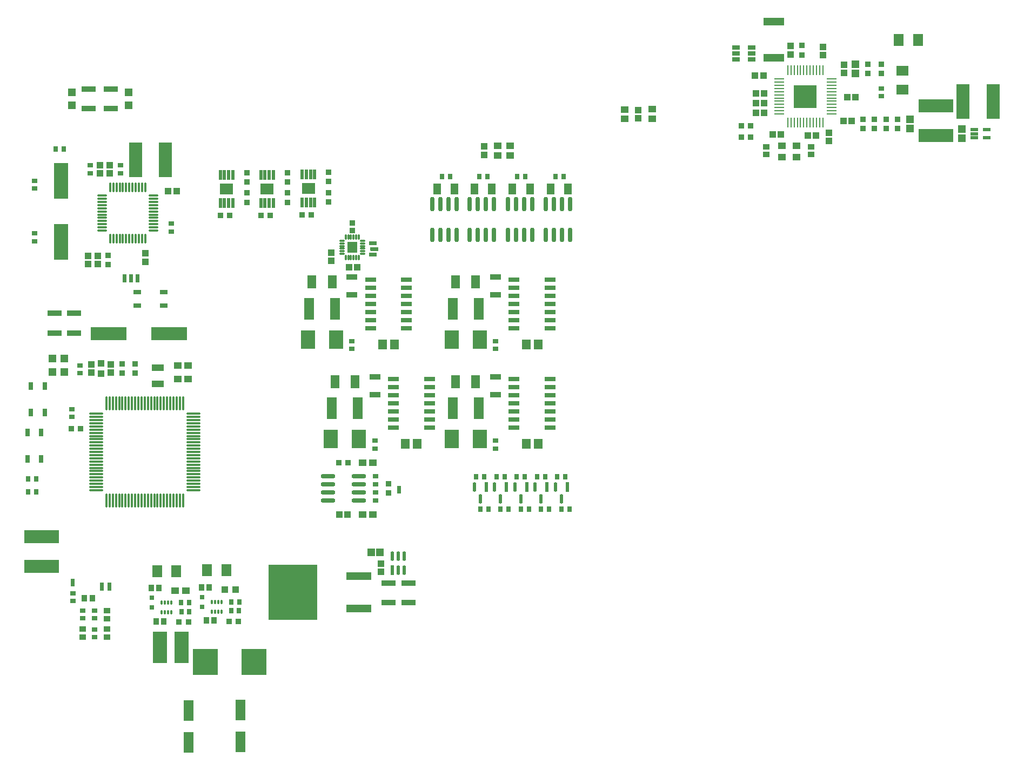
<source format=gtp>
G04*
G04 #@! TF.GenerationSoftware,Altium Limited,Altium Designer,23.7.1 (13)*
G04*
G04 Layer_Color=8421504*
%FSLAX25Y25*%
%MOIN*%
G70*
G04*
G04 #@! TF.SameCoordinates,3671DF12-B1F1-4326-BA21-4D3E62DEF6AE*
G04*
G04*
G04 #@! TF.FilePolarity,Positive*
G04*
G01*
G75*
%ADD18R,0.00984X0.06102*%
%ADD19R,0.00984X0.06102*%
%ADD20R,0.06102X0.00984*%
%ADD21R,0.06102X0.00984*%
%ADD22O,0.01181X0.03937*%
%ADD23O,0.03937X0.01181*%
%ADD24R,0.06457X0.07087*%
%ADD25O,0.08661X0.01575*%
%ADD26O,0.01575X0.08661*%
%ADD27R,0.03543X0.02953*%
%ADD28R,0.04134X0.03543*%
%ADD29R,0.03543X0.04134*%
%ADD30R,0.02953X0.03150*%
%ADD31R,0.03740X0.03937*%
%ADD32R,0.03681X0.03788*%
%ADD33R,0.02953X0.03543*%
%ADD34R,0.02985X0.03197*%
G04:AMPARAMS|DCode=35|XSize=26.38mil|YSize=11.81mil|CornerRadius=1.95mil|HoleSize=0mil|Usage=FLASHONLY|Rotation=270.000|XOffset=0mil|YOffset=0mil|HoleType=Round|Shape=RoundedRectangle|*
%AMROUNDEDRECTD35*
21,1,0.02638,0.00791,0,0,270.0*
21,1,0.02248,0.01181,0,0,270.0*
1,1,0.00390,-0.00396,-0.01124*
1,1,0.00390,-0.00396,0.01124*
1,1,0.00390,0.00396,0.01124*
1,1,0.00390,0.00396,-0.01124*
%
%ADD35ROUNDEDRECTD35*%
%ADD36R,0.05924X0.07505*%
%ADD37R,0.04369X0.03985*%
%ADD38R,0.03581X0.03591*%
%ADD39R,0.04560X0.03985*%
%ADD40R,0.08661X0.19685*%
%ADD41R,0.15551X0.16142*%
%ADD42R,0.06299X0.12598*%
%ADD43R,0.05118X0.01968*%
%ADD44R,0.03197X0.02985*%
%ADD45R,0.03400X0.03788*%
%ADD46R,0.05118X0.05118*%
%ADD47R,0.05118X0.05118*%
%ADD48R,0.09055X0.03543*%
%ADD49R,0.02953X0.04528*%
%ADD50R,0.04331X0.04134*%
%ADD51R,0.04134X0.04331*%
%ADD52R,0.03740X0.03347*%
%ADD53O,0.09055X0.02756*%
%ADD54R,0.03591X0.03772*%
%ADD55R,0.03394X0.02894*%
%ADD56R,0.04331X0.03937*%
%ADD57R,0.07480X0.04331*%
%ADD58R,0.08465X0.21457*%
%ADD59O,0.01378X0.06496*%
%ADD60O,0.06496X0.01378*%
%ADD61R,0.08661X0.22441*%
%ADD62R,0.03788X0.03400*%
%ADD63R,0.04528X0.02953*%
%ADD64R,0.22047X0.08268*%
%ADD65R,0.15433X0.04528*%
%ADD66R,0.29843X0.34055*%
%ADD67R,0.04528X0.04724*%
G04:AMPARAMS|DCode=68|XSize=59.26mil|YSize=22.43mil|CornerRadius=11.22mil|HoleSize=0mil|Usage=FLASHONLY|Rotation=90.000|XOffset=0mil|YOffset=0mil|HoleType=Round|Shape=RoundedRectangle|*
%AMROUNDEDRECTD68*
21,1,0.05926,0.00000,0,0,90.0*
21,1,0.03683,0.02243,0,0,90.0*
1,1,0.02243,0.00000,0.01841*
1,1,0.02243,0.00000,-0.01841*
1,1,0.02243,0.00000,-0.01841*
1,1,0.02243,0.00000,0.01841*
%
%ADD68ROUNDEDRECTD68*%
%ADD69R,0.02243X0.05926*%
%ADD70R,0.02165X0.05906*%
%ADD71R,0.07835X0.06575*%
%ADD72R,0.02275X0.06001*%
G04:AMPARAMS|DCode=73|XSize=60.01mil|YSize=22.75mil|CornerRadius=11.38mil|HoleSize=0mil|Usage=FLASHONLY|Rotation=270.000|XOffset=0mil|YOffset=0mil|HoleType=Round|Shape=RoundedRectangle|*
%AMROUNDEDRECTD73*
21,1,0.06001,0.00000,0,0,270.0*
21,1,0.03725,0.02275,0,0,270.0*
1,1,0.02275,0.00000,-0.01863*
1,1,0.02275,0.00000,0.01863*
1,1,0.02275,0.00000,0.01863*
1,1,0.02275,0.00000,-0.01863*
%
%ADD73ROUNDEDRECTD73*%
%ADD74R,0.04724X0.04134*%
%ADD75R,0.04724X0.03937*%
%ADD76R,0.21457X0.08465*%
G04:AMPARAMS|DCode=77|XSize=29.53mil|YSize=68.9mil|CornerRadius=3.89mil|HoleSize=0mil|Usage=FLASHONLY|Rotation=90.000|XOffset=0mil|YOffset=0mil|HoleType=Round|Shape=RoundedRectangle|*
%AMROUNDEDRECTD77*
21,1,0.02953,0.06112,0,0,90.0*
21,1,0.02175,0.06890,0,0,90.0*
1,1,0.00778,0.03056,0.01088*
1,1,0.00778,0.03056,-0.01088*
1,1,0.00778,-0.03056,-0.01088*
1,1,0.00778,-0.03056,0.01088*
%
%ADD77ROUNDEDRECTD77*%
%ADD78R,0.05709X0.07874*%
%ADD79R,0.06693X0.03740*%
%ADD80R,0.05727X0.06127*%
%ADD81R,0.08894X0.11193*%
%ADD82R,0.05906X0.13780*%
%ADD83O,0.02756X0.09055*%
%ADD84R,0.05140X0.06922*%
%ADD85R,0.04724X0.04528*%
%ADD86R,0.03788X0.03596*%
%ADD87R,0.12631X0.04547*%
%ADD88R,0.07505X0.05924*%
%ADD89R,0.14252X0.14252*%
%ADD90R,0.05118X0.02559*%
%ADD91R,0.03937X0.03740*%
%ADD92R,0.05118X0.04134*%
G36*
X221523Y322993D02*
X221560Y322982D01*
X221594Y322964D01*
X221624Y322939D01*
X221649Y322909D01*
X221667Y322875D01*
X221678Y322838D01*
X221682Y322799D01*
Y320831D01*
X221678Y320792D01*
X221667Y320755D01*
X221649Y320721D01*
X221624Y320691D01*
X221594Y320666D01*
X221560Y320648D01*
X221523Y320637D01*
X221484Y320633D01*
X218925D01*
X218917Y320634D01*
X218908Y320634D01*
X218898Y320636D01*
X218887Y320637D01*
X218879Y320639D01*
X218870Y320641D01*
X218860Y320645D01*
X218849Y320648D01*
X218842Y320652D01*
X218834Y320655D01*
X218825Y320661D01*
X218815Y320666D01*
X218809Y320672D01*
X218802Y320676D01*
X218794Y320684D01*
X218785Y320691D01*
X218780Y320697D01*
X218774Y320703D01*
X218768Y320712D01*
X218761Y320721D01*
X218759Y320724D01*
X218745Y320707D01*
X218737Y320699D01*
X218730Y320691D01*
X218724Y320685D01*
X218718Y320679D01*
X218709Y320673D01*
X218700Y320666D01*
X218693Y320662D01*
X218686Y320657D01*
X218676Y320653D01*
X218666Y320648D01*
X218658Y320645D01*
X218650Y320642D01*
X218640Y320640D01*
X218629Y320637D01*
X218621Y320636D01*
X218612Y320634D01*
X218601Y320634D01*
X218590Y320633D01*
X217016D01*
X216977Y320637D01*
X216940Y320648D01*
X216906Y320666D01*
X216876Y320691D01*
X216851Y320721D01*
X216833Y320755D01*
X216822Y320792D01*
X216818Y320831D01*
Y322799D01*
X216822Y322838D01*
X216833Y322875D01*
X216851Y322909D01*
X216876Y322939D01*
X216906Y322964D01*
X216940Y322982D01*
X216977Y322993D01*
X217016Y322997D01*
X218590D01*
X218601Y322996D01*
X218612Y322996D01*
X218621Y322994D01*
X218629Y322993D01*
X218640Y322990D01*
X218650Y322988D01*
X218658Y322984D01*
X218666Y322982D01*
X218676Y322977D01*
X218686Y322972D01*
X218693Y322968D01*
X218700Y322964D01*
X218709Y322957D01*
X218718Y322951D01*
X218724Y322944D01*
X218730Y322939D01*
X218737Y322931D01*
X218745Y322923D01*
X218759Y322905D01*
X218761Y322909D01*
X218768Y322918D01*
X218774Y322927D01*
X218780Y322933D01*
X218785Y322939D01*
X218794Y322946D01*
X218802Y322954D01*
X218809Y322958D01*
X218815Y322964D01*
X218825Y322969D01*
X218834Y322975D01*
X218842Y322978D01*
X218849Y322982D01*
X218860Y322985D01*
X218870Y322989D01*
X218879Y322991D01*
X218887Y322993D01*
X218898Y322994D01*
X218908Y322996D01*
X218917Y322996D01*
X218925Y322997D01*
X221484D01*
X221523Y322993D01*
D02*
G37*
G36*
X222430Y319493D02*
X222467Y319482D01*
X222502Y319464D01*
X222532Y319439D01*
X222556Y319409D01*
X222574Y319375D01*
X222586Y319338D01*
X222589Y319299D01*
Y317331D01*
X222586Y317292D01*
X222574Y317255D01*
X222556Y317221D01*
X222532Y317191D01*
X222502Y317166D01*
X222467Y317148D01*
X222430Y317137D01*
X222392Y317133D01*
X219833D01*
X219824Y317134D01*
X219816Y317134D01*
X219805Y317136D01*
X219794Y317137D01*
X219786Y317139D01*
X219778Y317141D01*
X219767Y317145D01*
X219757Y317148D01*
X219750Y317152D01*
X219742Y317155D01*
X219732Y317161D01*
X219723Y317166D01*
X219716Y317172D01*
X219709Y317176D01*
X219701Y317184D01*
X219693Y317191D01*
X219687Y317197D01*
X219681Y317203D01*
X219675Y317212D01*
X219668Y317221D01*
X219666Y317224D01*
X219653Y317207D01*
X219645Y317199D01*
X219638Y317191D01*
X219631Y317185D01*
X219625Y317179D01*
X219616Y317173D01*
X219608Y317166D01*
X219601Y317162D01*
X219593Y317158D01*
X219583Y317153D01*
X219574Y317148D01*
X219566Y317145D01*
X219558Y317142D01*
X219547Y317140D01*
X219537Y317137D01*
X219528Y317136D01*
X219520Y317134D01*
X219509Y317134D01*
X219498Y317133D01*
X217923D01*
X217885Y317137D01*
X217847Y317148D01*
X217813Y317166D01*
X217783Y317191D01*
X217759Y317221D01*
X217741Y317255D01*
X217729Y317292D01*
X217725Y317331D01*
Y319299D01*
X217729Y319338D01*
X217741Y319375D01*
X217759Y319409D01*
X217783Y319439D01*
X217813Y319464D01*
X217847Y319482D01*
X217885Y319493D01*
X217923Y319497D01*
X219498D01*
X219509Y319496D01*
X219520Y319496D01*
X219528Y319494D01*
X219537Y319493D01*
X219547Y319490D01*
X219558Y319488D01*
X219566Y319484D01*
X219574Y319482D01*
X219583Y319477D01*
X219593Y319473D01*
X219601Y319468D01*
X219608Y319464D01*
X219616Y319457D01*
X219625Y319450D01*
X219631Y319444D01*
X219638Y319439D01*
X219645Y319431D01*
X219653Y319423D01*
X219666Y319406D01*
X219668Y319409D01*
X219675Y319418D01*
X219681Y319427D01*
X219688Y319433D01*
X219693Y319439D01*
X219701Y319446D01*
X219709Y319454D01*
X219716Y319458D01*
X219723Y319464D01*
X219732Y319469D01*
X219742Y319475D01*
X219750Y319478D01*
X219757Y319482D01*
X219767Y319485D01*
X219778Y319489D01*
X219786Y319491D01*
X219794Y319493D01*
X219805Y319494D01*
X219816Y319496D01*
X219824Y319496D01*
X219833Y319497D01*
X222392D01*
X222430Y319493D01*
D02*
G37*
G36*
X221523Y315993D02*
X221560Y315982D01*
X221594Y315964D01*
X221624Y315939D01*
X221649Y315909D01*
X221667Y315875D01*
X221678Y315838D01*
X221682Y315799D01*
Y313831D01*
X221678Y313792D01*
X221667Y313755D01*
X221649Y313721D01*
X221624Y313691D01*
X221594Y313666D01*
X221560Y313648D01*
X221523Y313637D01*
X221484Y313633D01*
X218925D01*
X218917Y313634D01*
X218908Y313634D01*
X218898Y313636D01*
X218887Y313637D01*
X218879Y313639D01*
X218870Y313641D01*
X218860Y313645D01*
X218849Y313648D01*
X218842Y313652D01*
X218834Y313655D01*
X218825Y313661D01*
X218815Y313666D01*
X218809Y313672D01*
X218802Y313676D01*
X218794Y313684D01*
X218785Y313691D01*
X218780Y313697D01*
X218774Y313703D01*
X218768Y313712D01*
X218761Y313721D01*
X218759Y313724D01*
X218745Y313707D01*
X218737Y313699D01*
X218730Y313691D01*
X218724Y313685D01*
X218718Y313679D01*
X218709Y313673D01*
X218700Y313666D01*
X218693Y313662D01*
X218686Y313657D01*
X218676Y313653D01*
X218666Y313648D01*
X218658Y313646D01*
X218650Y313642D01*
X218640Y313640D01*
X218629Y313637D01*
X218621Y313636D01*
X218612Y313634D01*
X218601Y313634D01*
X218590Y313633D01*
X217016D01*
X216977Y313637D01*
X216940Y313648D01*
X216906Y313666D01*
X216876Y313691D01*
X216851Y313721D01*
X216833Y313755D01*
X216822Y313792D01*
X216818Y313831D01*
Y315799D01*
X216822Y315838D01*
X216833Y315875D01*
X216851Y315909D01*
X216876Y315939D01*
X216906Y315964D01*
X216940Y315982D01*
X216977Y315993D01*
X217016Y315997D01*
X218590D01*
X218601Y315996D01*
X218612Y315996D01*
X218621Y315994D01*
X218629Y315993D01*
X218640Y315990D01*
X218650Y315988D01*
X218658Y315984D01*
X218666Y315982D01*
X218676Y315977D01*
X218686Y315972D01*
X218693Y315968D01*
X218700Y315964D01*
X218709Y315957D01*
X218718Y315950D01*
X218724Y315945D01*
X218730Y315939D01*
X218737Y315931D01*
X218745Y315923D01*
X218759Y315905D01*
X218761Y315909D01*
X218768Y315917D01*
X218774Y315927D01*
X218780Y315933D01*
X218785Y315939D01*
X218794Y315946D01*
X218802Y315954D01*
X218809Y315958D01*
X218815Y315964D01*
X218825Y315969D01*
X218834Y315975D01*
X218842Y315978D01*
X218849Y315982D01*
X218860Y315985D01*
X218870Y315989D01*
X218879Y315991D01*
X218887Y315993D01*
X218898Y315994D01*
X218908Y315996D01*
X218917Y315996D01*
X218925Y315997D01*
X221484D01*
X221523Y315993D01*
D02*
G37*
G36*
X75023Y302678D02*
X75060Y302667D01*
X75094Y302649D01*
X75124Y302624D01*
X75149Y302594D01*
X75167Y302560D01*
X75178Y302523D01*
X75182Y302484D01*
Y301500D01*
Y299925D01*
X75181Y299917D01*
X75181Y299908D01*
X75179Y299898D01*
X75178Y299887D01*
X75176Y299879D01*
X75174Y299870D01*
X75170Y299860D01*
X75167Y299850D01*
X75163Y299842D01*
X75160Y299834D01*
X75154Y299825D01*
X75149Y299815D01*
X75143Y299809D01*
X75139Y299802D01*
X75131Y299794D01*
X75124Y299785D01*
X75117Y299780D01*
X75112Y299774D01*
X75103Y299768D01*
X75094Y299761D01*
X75090Y299759D01*
X75108Y299745D01*
X75116Y299737D01*
X75124Y299730D01*
X75129Y299724D01*
X75136Y299718D01*
X75142Y299709D01*
X75149Y299700D01*
X75153Y299693D01*
X75157Y299686D01*
X75162Y299676D01*
X75167Y299666D01*
X75169Y299658D01*
X75173Y299650D01*
X75175Y299640D01*
X75178Y299629D01*
X75179Y299621D01*
X75181Y299612D01*
X75181Y299601D01*
X75182Y299590D01*
Y298016D01*
X75178Y297977D01*
X75167Y297940D01*
X75149Y297906D01*
X75124Y297876D01*
X75094Y297851D01*
X75060Y297833D01*
X75023Y297822D01*
X74984Y297818D01*
X73016D01*
X72977Y297822D01*
X72940Y297833D01*
X72906Y297851D01*
X72876Y297876D01*
X72851Y297906D01*
X72833Y297940D01*
X72822Y297977D01*
X72818Y298016D01*
Y299590D01*
X72819Y299601D01*
X72819Y299612D01*
X72821Y299621D01*
X72822Y299629D01*
X72825Y299640D01*
X72827Y299650D01*
X72831Y299658D01*
X72833Y299666D01*
X72838Y299676D01*
X72843Y299686D01*
X72847Y299693D01*
X72851Y299700D01*
X72858Y299709D01*
X72864Y299718D01*
X72870Y299724D01*
X72876Y299730D01*
X72884Y299737D01*
X72892Y299745D01*
X72909Y299759D01*
X72906Y299761D01*
X72897Y299768D01*
X72888Y299774D01*
X72882Y299780D01*
X72876Y299785D01*
X72869Y299794D01*
X72861Y299802D01*
X72857Y299809D01*
X72851Y299815D01*
X72846Y299825D01*
X72840Y299834D01*
X72837Y299842D01*
X72833Y299850D01*
X72830Y299860D01*
X72826Y299870D01*
X72824Y299879D01*
X72822Y299887D01*
X72821Y299898D01*
X72819Y299908D01*
X72819Y299917D01*
X72818Y299925D01*
Y301500D01*
Y302484D01*
X72822Y302523D01*
X72833Y302560D01*
X72851Y302594D01*
X72876Y302624D01*
X72906Y302649D01*
X72940Y302667D01*
X72977Y302678D01*
X73016Y302682D01*
X74984D01*
X75023Y302678D01*
D02*
G37*
G36*
X71023D02*
X71060Y302667D01*
X71094Y302649D01*
X71124Y302624D01*
X71149Y302594D01*
X71167Y302560D01*
X71178Y302523D01*
X71182Y302484D01*
Y301500D01*
Y299925D01*
X71181Y299917D01*
X71181Y299908D01*
X71179Y299898D01*
X71178Y299887D01*
X71176Y299879D01*
X71174Y299870D01*
X71170Y299860D01*
X71167Y299850D01*
X71163Y299842D01*
X71160Y299834D01*
X71154Y299825D01*
X71149Y299815D01*
X71143Y299809D01*
X71139Y299802D01*
X71131Y299794D01*
X71124Y299785D01*
X71118Y299780D01*
X71112Y299774D01*
X71103Y299768D01*
X71094Y299761D01*
X71091Y299759D01*
X71108Y299745D01*
X71116Y299737D01*
X71124Y299730D01*
X71130Y299724D01*
X71136Y299718D01*
X71142Y299709D01*
X71149Y299700D01*
X71153Y299693D01*
X71157Y299686D01*
X71162Y299676D01*
X71167Y299666D01*
X71169Y299658D01*
X71173Y299650D01*
X71175Y299640D01*
X71178Y299629D01*
X71179Y299621D01*
X71181Y299612D01*
X71181Y299601D01*
X71182Y299590D01*
Y298016D01*
X71178Y297977D01*
X71167Y297940D01*
X71149Y297906D01*
X71124Y297876D01*
X71094Y297851D01*
X71060Y297833D01*
X71023Y297822D01*
X70984Y297818D01*
X69016D01*
X68977Y297822D01*
X68940Y297833D01*
X68906Y297851D01*
X68876Y297876D01*
X68851Y297906D01*
X68833Y297940D01*
X68822Y297977D01*
X68818Y298016D01*
Y299590D01*
X68819Y299601D01*
X68819Y299612D01*
X68821Y299621D01*
X68822Y299629D01*
X68825Y299640D01*
X68827Y299650D01*
X68831Y299658D01*
X68833Y299666D01*
X68838Y299676D01*
X68843Y299686D01*
X68847Y299693D01*
X68851Y299700D01*
X68858Y299709D01*
X68864Y299718D01*
X68871Y299724D01*
X68876Y299730D01*
X68884Y299737D01*
X68892Y299745D01*
X68910Y299759D01*
X68906Y299761D01*
X68897Y299768D01*
X68888Y299774D01*
X68882Y299780D01*
X68876Y299785D01*
X68869Y299794D01*
X68861Y299802D01*
X68857Y299809D01*
X68851Y299815D01*
X68846Y299825D01*
X68840Y299834D01*
X68837Y299842D01*
X68833Y299850D01*
X68830Y299860D01*
X68826Y299870D01*
X68824Y299879D01*
X68822Y299887D01*
X68821Y299898D01*
X68819Y299908D01*
X68819Y299917D01*
X68818Y299925D01*
Y301500D01*
Y302484D01*
X68822Y302523D01*
X68833Y302560D01*
X68851Y302594D01*
X68876Y302624D01*
X68906Y302649D01*
X68940Y302667D01*
X68977Y302678D01*
X69016Y302682D01*
X70984D01*
X71023Y302678D01*
D02*
G37*
G36*
X67023D02*
X67060Y302667D01*
X67094Y302649D01*
X67124Y302624D01*
X67149Y302594D01*
X67167Y302560D01*
X67178Y302523D01*
X67182Y302484D01*
Y301500D01*
Y299925D01*
X67181Y299917D01*
X67181Y299908D01*
X67179Y299898D01*
X67178Y299887D01*
X67176Y299879D01*
X67174Y299870D01*
X67170Y299860D01*
X67167Y299850D01*
X67163Y299842D01*
X67160Y299834D01*
X67154Y299825D01*
X67149Y299815D01*
X67143Y299809D01*
X67139Y299802D01*
X67131Y299794D01*
X67124Y299785D01*
X67118Y299780D01*
X67112Y299774D01*
X67103Y299768D01*
X67094Y299761D01*
X67090Y299759D01*
X67108Y299745D01*
X67116Y299737D01*
X67124Y299730D01*
X67129Y299724D01*
X67136Y299718D01*
X67142Y299709D01*
X67149Y299700D01*
X67153Y299693D01*
X67158Y299686D01*
X67162Y299676D01*
X67167Y299666D01*
X67169Y299658D01*
X67173Y299650D01*
X67175Y299640D01*
X67178Y299629D01*
X67179Y299621D01*
X67181Y299612D01*
X67181Y299601D01*
X67182Y299590D01*
Y298016D01*
X67178Y297977D01*
X67167Y297940D01*
X67149Y297906D01*
X67124Y297876D01*
X67094Y297851D01*
X67060Y297833D01*
X67023Y297822D01*
X66984Y297818D01*
X65016D01*
X64977Y297822D01*
X64940Y297833D01*
X64906Y297851D01*
X64876Y297876D01*
X64851Y297906D01*
X64833Y297940D01*
X64822Y297977D01*
X64818Y298016D01*
Y299590D01*
X64819Y299601D01*
X64819Y299612D01*
X64821Y299621D01*
X64822Y299629D01*
X64825Y299640D01*
X64827Y299650D01*
X64831Y299658D01*
X64833Y299666D01*
X64838Y299676D01*
X64842Y299686D01*
X64847Y299693D01*
X64851Y299700D01*
X64858Y299709D01*
X64864Y299718D01*
X64871Y299724D01*
X64876Y299730D01*
X64884Y299737D01*
X64892Y299745D01*
X64909Y299759D01*
X64906Y299761D01*
X64898Y299768D01*
X64888Y299774D01*
X64882Y299780D01*
X64876Y299785D01*
X64869Y299794D01*
X64861Y299802D01*
X64857Y299809D01*
X64851Y299815D01*
X64846Y299825D01*
X64840Y299834D01*
X64837Y299842D01*
X64833Y299850D01*
X64830Y299860D01*
X64826Y299870D01*
X64824Y299879D01*
X64822Y299887D01*
X64821Y299898D01*
X64819Y299908D01*
X64819Y299917D01*
X64818Y299925D01*
Y301500D01*
Y302484D01*
X64822Y302523D01*
X64833Y302560D01*
X64851Y302594D01*
X64876Y302624D01*
X64906Y302649D01*
X64940Y302667D01*
X64977Y302678D01*
X65016Y302682D01*
X66984D01*
X67023Y302678D01*
D02*
G37*
G36*
X236523Y172178D02*
X236560Y172167D01*
X236594Y172149D01*
X236624Y172124D01*
X236649Y172094D01*
X236667Y172060D01*
X236678Y172023D01*
X236682Y171984D01*
Y171000D01*
Y169425D01*
X236681Y169417D01*
X236681Y169408D01*
X236679Y169398D01*
X236678Y169387D01*
X236676Y169378D01*
X236674Y169370D01*
X236670Y169360D01*
X236667Y169350D01*
X236663Y169342D01*
X236660Y169334D01*
X236654Y169325D01*
X236649Y169315D01*
X236643Y169309D01*
X236639Y169302D01*
X236631Y169294D01*
X236624Y169285D01*
X236617Y169280D01*
X236612Y169274D01*
X236603Y169268D01*
X236594Y169261D01*
X236591Y169259D01*
X236608Y169245D01*
X236616Y169237D01*
X236624Y169230D01*
X236630Y169224D01*
X236636Y169218D01*
X236642Y169209D01*
X236649Y169200D01*
X236653Y169193D01*
X236658Y169186D01*
X236662Y169176D01*
X236667Y169166D01*
X236669Y169158D01*
X236673Y169150D01*
X236675Y169140D01*
X236678Y169129D01*
X236679Y169121D01*
X236681Y169112D01*
X236681Y169101D01*
X236682Y169091D01*
Y167516D01*
X236678Y167477D01*
X236667Y167440D01*
X236649Y167406D01*
X236624Y167376D01*
X236594Y167351D01*
X236560Y167333D01*
X236523Y167322D01*
X236484Y167318D01*
X234516D01*
X234477Y167322D01*
X234440Y167333D01*
X234406Y167351D01*
X234376Y167376D01*
X234351Y167406D01*
X234333Y167440D01*
X234322Y167477D01*
X234318Y167516D01*
Y169091D01*
X234319Y169101D01*
X234319Y169112D01*
X234321Y169121D01*
X234322Y169129D01*
X234325Y169140D01*
X234327Y169150D01*
X234331Y169158D01*
X234333Y169166D01*
X234338Y169176D01*
X234343Y169186D01*
X234347Y169193D01*
X234351Y169200D01*
X234358Y169209D01*
X234364Y169218D01*
X234370Y169224D01*
X234376Y169230D01*
X234384Y169237D01*
X234392Y169245D01*
X234409Y169259D01*
X234406Y169261D01*
X234398Y169268D01*
X234388Y169274D01*
X234382Y169280D01*
X234376Y169285D01*
X234369Y169294D01*
X234361Y169302D01*
X234357Y169309D01*
X234351Y169315D01*
X234346Y169325D01*
X234340Y169334D01*
X234337Y169342D01*
X234333Y169350D01*
X234330Y169360D01*
X234326Y169370D01*
X234324Y169378D01*
X234322Y169387D01*
X234321Y169398D01*
X234319Y169408D01*
X234319Y169417D01*
X234318Y169425D01*
Y171000D01*
Y171984D01*
X234322Y172023D01*
X234333Y172060D01*
X234351Y172094D01*
X234376Y172124D01*
X234406Y172149D01*
X234440Y172167D01*
X234477Y172178D01*
X234516Y172182D01*
X236484D01*
X236523Y172178D01*
D02*
G37*
G36*
X35153Y114767D02*
X35190Y114756D01*
X35224Y114738D01*
X35254Y114713D01*
X35279Y114683D01*
X35297Y114649D01*
X35308Y114612D01*
X35312Y114573D01*
Y112998D01*
X35311Y112988D01*
X35311Y112977D01*
X35309Y112968D01*
X35308Y112960D01*
X35305Y112950D01*
X35303Y112939D01*
X35299Y112931D01*
X35297Y112923D01*
X35292Y112913D01*
X35287Y112903D01*
X35283Y112896D01*
X35279Y112889D01*
X35272Y112880D01*
X35265Y112871D01*
X35259Y112865D01*
X35254Y112859D01*
X35245Y112852D01*
X35238Y112844D01*
X35221Y112830D01*
X35224Y112828D01*
X35232Y112821D01*
X35242Y112815D01*
X35247Y112809D01*
X35254Y112804D01*
X35261Y112795D01*
X35269Y112787D01*
X35273Y112780D01*
X35279Y112774D01*
X35284Y112764D01*
X35290Y112755D01*
X35293Y112747D01*
X35297Y112740D01*
X35300Y112729D01*
X35304Y112719D01*
X35306Y112711D01*
X35308Y112702D01*
X35309Y112691D01*
X35311Y112681D01*
X35311Y112672D01*
X35312Y112664D01*
Y111089D01*
Y110105D01*
X35308Y110066D01*
X35297Y110029D01*
X35279Y109995D01*
X35254Y109965D01*
X35224Y109940D01*
X35190Y109922D01*
X35153Y109911D01*
X35114Y109907D01*
X33146D01*
X33107Y109911D01*
X33070Y109922D01*
X33036Y109940D01*
X33006Y109965D01*
X32981Y109995D01*
X32963Y110029D01*
X32952Y110066D01*
X32948Y110105D01*
Y111089D01*
Y112664D01*
X32949Y112672D01*
X32949Y112681D01*
X32951Y112691D01*
X32952Y112702D01*
X32954Y112711D01*
X32956Y112719D01*
X32960Y112729D01*
X32963Y112740D01*
X32967Y112747D01*
X32970Y112755D01*
X32976Y112764D01*
X32981Y112774D01*
X32987Y112780D01*
X32991Y112787D01*
X32999Y112795D01*
X33006Y112804D01*
X33012Y112809D01*
X33018Y112815D01*
X33027Y112821D01*
X33036Y112828D01*
X33039Y112830D01*
X33022Y112844D01*
X33014Y112852D01*
X33006Y112859D01*
X33000Y112865D01*
X32994Y112871D01*
X32988Y112880D01*
X32981Y112889D01*
X32977Y112896D01*
X32972Y112903D01*
X32968Y112913D01*
X32963Y112923D01*
X32961Y112931D01*
X32957Y112939D01*
X32955Y112950D01*
X32952Y112960D01*
X32951Y112968D01*
X32949Y112977D01*
X32949Y112988D01*
X32948Y112998D01*
Y114573D01*
X32952Y114612D01*
X32963Y114649D01*
X32981Y114683D01*
X33006Y114713D01*
X33036Y114738D01*
X33070Y114756D01*
X33107Y114767D01*
X33146Y114771D01*
X35114D01*
X35153Y114767D01*
D02*
G37*
G36*
X57653Y112267D02*
X57690Y112256D01*
X57724Y112238D01*
X57754Y112213D01*
X57779Y112183D01*
X57797Y112149D01*
X57808Y112112D01*
X57812Y112073D01*
Y110498D01*
X57811Y110488D01*
X57811Y110477D01*
X57809Y110468D01*
X57808Y110460D01*
X57805Y110450D01*
X57803Y110439D01*
X57799Y110431D01*
X57797Y110423D01*
X57792Y110413D01*
X57787Y110403D01*
X57783Y110396D01*
X57779Y110389D01*
X57772Y110380D01*
X57766Y110371D01*
X57759Y110365D01*
X57754Y110359D01*
X57746Y110352D01*
X57738Y110344D01*
X57721Y110330D01*
X57724Y110328D01*
X57732Y110321D01*
X57742Y110315D01*
X57748Y110309D01*
X57754Y110304D01*
X57761Y110295D01*
X57769Y110287D01*
X57773Y110280D01*
X57779Y110274D01*
X57784Y110264D01*
X57790Y110255D01*
X57793Y110247D01*
X57797Y110240D01*
X57800Y110229D01*
X57804Y110219D01*
X57806Y110211D01*
X57808Y110202D01*
X57809Y110192D01*
X57811Y110181D01*
X57811Y110172D01*
X57812Y110164D01*
Y108589D01*
Y107605D01*
X57808Y107566D01*
X57797Y107529D01*
X57779Y107495D01*
X57754Y107465D01*
X57724Y107440D01*
X57690Y107422D01*
X57653Y107411D01*
X57614Y107407D01*
X55646D01*
X55607Y107411D01*
X55570Y107422D01*
X55536Y107440D01*
X55506Y107465D01*
X55481Y107495D01*
X55463Y107529D01*
X55452Y107566D01*
X55448Y107605D01*
Y108589D01*
Y110164D01*
X55449Y110172D01*
X55449Y110181D01*
X55451Y110192D01*
X55452Y110202D01*
X55454Y110211D01*
X55456Y110219D01*
X55460Y110229D01*
X55463Y110240D01*
X55467Y110247D01*
X55470Y110255D01*
X55476Y110264D01*
X55481Y110274D01*
X55487Y110280D01*
X55491Y110287D01*
X55499Y110295D01*
X55506Y110304D01*
X55512Y110309D01*
X55518Y110315D01*
X55527Y110321D01*
X55536Y110328D01*
X55539Y110330D01*
X55522Y110344D01*
X55514Y110352D01*
X55506Y110359D01*
X55500Y110365D01*
X55494Y110371D01*
X55488Y110380D01*
X55481Y110389D01*
X55477Y110396D01*
X55472Y110403D01*
X55468Y110413D01*
X55463Y110423D01*
X55461Y110431D01*
X55457Y110439D01*
X55455Y110450D01*
X55452Y110460D01*
X55451Y110468D01*
X55449Y110477D01*
X55449Y110488D01*
X55448Y110498D01*
Y112073D01*
X55452Y112112D01*
X55463Y112149D01*
X55481Y112183D01*
X55506Y112213D01*
X55536Y112238D01*
X55570Y112256D01*
X55607Y112267D01*
X55646Y112271D01*
X57614D01*
X57653Y112267D01*
D02*
G37*
G36*
X53153D02*
X53190Y112256D01*
X53224Y112238D01*
X53254Y112213D01*
X53279Y112183D01*
X53297Y112149D01*
X53308Y112112D01*
X53312Y112073D01*
Y111089D01*
Y109514D01*
X53311Y109506D01*
X53311Y109497D01*
X53309Y109487D01*
X53308Y109476D01*
X53306Y109467D01*
X53304Y109459D01*
X53300Y109449D01*
X53297Y109439D01*
X53293Y109431D01*
X53290Y109423D01*
X53284Y109414D01*
X53279Y109404D01*
X53273Y109398D01*
X53269Y109391D01*
X53261Y109383D01*
X53254Y109374D01*
X53247Y109369D01*
X53241Y109363D01*
X53233Y109357D01*
X53224Y109350D01*
X53220Y109348D01*
X53238Y109334D01*
X53246Y109326D01*
X53254Y109319D01*
X53259Y109313D01*
X53266Y109307D01*
X53272Y109298D01*
X53279Y109290D01*
X53283Y109282D01*
X53287Y109275D01*
X53292Y109265D01*
X53297Y109255D01*
X53299Y109247D01*
X53303Y109239D01*
X53305Y109229D01*
X53308Y109218D01*
X53309Y109210D01*
X53311Y109201D01*
X53311Y109190D01*
X53312Y109180D01*
Y107605D01*
X53308Y107566D01*
X53297Y107529D01*
X53279Y107495D01*
X53254Y107465D01*
X53224Y107440D01*
X53190Y107422D01*
X53153Y107411D01*
X53114Y107407D01*
X51146D01*
X51107Y107411D01*
X51070Y107422D01*
X51036Y107440D01*
X51006Y107465D01*
X50981Y107495D01*
X50963Y107529D01*
X50952Y107566D01*
X50948Y107605D01*
Y109180D01*
X50949Y109190D01*
X50949Y109201D01*
X50951Y109210D01*
X50952Y109218D01*
X50955Y109229D01*
X50957Y109239D01*
X50960Y109247D01*
X50963Y109255D01*
X50968Y109265D01*
X50972Y109275D01*
X50977Y109282D01*
X50981Y109290D01*
X50988Y109298D01*
X50994Y109307D01*
X51000Y109313D01*
X51006Y109319D01*
X51014Y109326D01*
X51022Y109334D01*
X51039Y109348D01*
X51036Y109350D01*
X51027Y109357D01*
X51018Y109363D01*
X51012Y109369D01*
X51006Y109374D01*
X50999Y109383D01*
X50991Y109391D01*
X50986Y109398D01*
X50981Y109404D01*
X50976Y109414D01*
X50970Y109423D01*
X50967Y109431D01*
X50963Y109439D01*
X50960Y109449D01*
X50956Y109459D01*
X50954Y109467D01*
X50952Y109476D01*
X50951Y109487D01*
X50949Y109497D01*
X50949Y109506D01*
X50948Y109514D01*
Y111089D01*
Y112073D01*
X50952Y112112D01*
X50963Y112149D01*
X50981Y112183D01*
X51006Y112213D01*
X51036Y112238D01*
X51070Y112256D01*
X51107Y112267D01*
X51146Y112271D01*
X53114D01*
X53153Y112267D01*
D02*
G37*
D18*
X496827Y396358D02*
D03*
X494858D02*
D03*
X492890D02*
D03*
X488953D02*
D03*
X486984D02*
D03*
X485016D02*
D03*
X483047D02*
D03*
X479110D02*
D03*
X477142D02*
D03*
X475173D02*
D03*
Y428642D02*
D03*
X477142D02*
D03*
X479110D02*
D03*
X483047D02*
D03*
X485016D02*
D03*
X486984D02*
D03*
X488953D02*
D03*
X492890D02*
D03*
X494858D02*
D03*
X496827D02*
D03*
D19*
X490921Y396358D02*
D03*
X481079D02*
D03*
Y428642D02*
D03*
X490921D02*
D03*
D20*
X469858Y401673D02*
D03*
Y403642D02*
D03*
Y405610D02*
D03*
Y409547D02*
D03*
Y411516D02*
D03*
Y413484D02*
D03*
Y415453D02*
D03*
Y419390D02*
D03*
Y421358D02*
D03*
Y423327D02*
D03*
X502142D02*
D03*
Y421358D02*
D03*
Y419390D02*
D03*
Y415453D02*
D03*
Y413484D02*
D03*
Y411516D02*
D03*
Y409547D02*
D03*
Y405610D02*
D03*
Y403642D02*
D03*
Y401673D02*
D03*
D21*
X469858Y407579D02*
D03*
Y417421D02*
D03*
X502142D02*
D03*
Y407579D02*
D03*
D22*
X210437Y325740D02*
D03*
X208862D02*
D03*
X207287D02*
D03*
X205713D02*
D03*
X204138D02*
D03*
X202563D02*
D03*
Y312890D02*
D03*
X204138D02*
D03*
X205713D02*
D03*
X207287D02*
D03*
X208862D02*
D03*
X210437D02*
D03*
D23*
X200075Y323252D02*
D03*
Y321677D02*
D03*
Y320102D02*
D03*
Y318528D02*
D03*
Y316953D02*
D03*
Y315378D02*
D03*
X212925D02*
D03*
Y316953D02*
D03*
Y318528D02*
D03*
Y320102D02*
D03*
Y321677D02*
D03*
Y323252D02*
D03*
D24*
X206500Y319315D02*
D03*
D25*
X108421Y216622D02*
D03*
Y214653D02*
D03*
Y212685D02*
D03*
Y210717D02*
D03*
Y208748D02*
D03*
Y206780D02*
D03*
Y204811D02*
D03*
Y202842D02*
D03*
Y200874D02*
D03*
Y198906D02*
D03*
Y196937D02*
D03*
Y194968D02*
D03*
Y193000D02*
D03*
Y191032D02*
D03*
Y189063D02*
D03*
Y187094D02*
D03*
Y185126D02*
D03*
Y183158D02*
D03*
Y181189D02*
D03*
Y179220D02*
D03*
Y177252D02*
D03*
Y175284D02*
D03*
Y173315D02*
D03*
Y171346D02*
D03*
Y169378D02*
D03*
X48579D02*
D03*
Y171346D02*
D03*
Y173315D02*
D03*
Y175284D02*
D03*
Y177252D02*
D03*
Y179220D02*
D03*
Y181189D02*
D03*
Y183158D02*
D03*
Y185126D02*
D03*
Y187094D02*
D03*
Y189063D02*
D03*
Y191032D02*
D03*
Y193000D02*
D03*
Y194968D02*
D03*
Y196937D02*
D03*
Y198906D02*
D03*
Y200874D02*
D03*
Y202842D02*
D03*
Y204811D02*
D03*
Y206780D02*
D03*
Y208748D02*
D03*
Y210717D02*
D03*
Y212685D02*
D03*
Y214653D02*
D03*
Y216622D02*
D03*
D26*
X102122Y163079D02*
D03*
X100154D02*
D03*
X98185D02*
D03*
X96216D02*
D03*
X94248D02*
D03*
X92279D02*
D03*
X90311D02*
D03*
X88342D02*
D03*
X86374D02*
D03*
X84405D02*
D03*
X82437D02*
D03*
X80468D02*
D03*
X78500D02*
D03*
X76531D02*
D03*
X74563D02*
D03*
X72594D02*
D03*
X70626D02*
D03*
X68657D02*
D03*
X66689D02*
D03*
X64720D02*
D03*
X62752D02*
D03*
X60783D02*
D03*
X58815D02*
D03*
X56846D02*
D03*
X54878D02*
D03*
Y222921D02*
D03*
X56846D02*
D03*
X58815D02*
D03*
X60783D02*
D03*
X62752D02*
D03*
X64720D02*
D03*
X66689D02*
D03*
X68657D02*
D03*
X70626D02*
D03*
X72594D02*
D03*
X74563D02*
D03*
X76531D02*
D03*
X78500D02*
D03*
X80468D02*
D03*
X82437D02*
D03*
X84405D02*
D03*
X86374D02*
D03*
X88342D02*
D03*
X90311D02*
D03*
X92279D02*
D03*
X94248D02*
D03*
X96216D02*
D03*
X98185D02*
D03*
X100154D02*
D03*
X102122D02*
D03*
D27*
X47630Y90227D02*
D03*
Y94951D02*
D03*
Y78727D02*
D03*
Y83451D02*
D03*
X40130Y90258D02*
D03*
Y94983D02*
D03*
X34130Y105589D02*
D03*
Y100865D02*
D03*
X10500Y323138D02*
D03*
Y327862D02*
D03*
X10512Y360362D02*
D03*
Y355638D02*
D03*
D28*
X55130Y95050D02*
D03*
Y90128D02*
D03*
Y83550D02*
D03*
Y78628D02*
D03*
X40130D02*
D03*
Y83550D02*
D03*
D29*
X41169Y102589D02*
D03*
X46091D02*
D03*
D30*
X113862Y103315D02*
D03*
Y97409D02*
D03*
X83000Y102953D02*
D03*
Y97047D02*
D03*
D31*
X116500Y88862D02*
D03*
X121224D02*
D03*
X118224Y109362D02*
D03*
X113500D02*
D03*
X85638Y88500D02*
D03*
X90362D02*
D03*
X87362Y109000D02*
D03*
X82638D02*
D03*
D32*
X130546Y88264D02*
D03*
X136179D02*
D03*
D33*
X132000Y94862D02*
D03*
X136724D02*
D03*
X101138Y94500D02*
D03*
X105862D02*
D03*
D34*
X136831Y100362D02*
D03*
X131894D02*
D03*
X105968Y100000D02*
D03*
X101031D02*
D03*
X11468Y168500D02*
D03*
X6532D02*
D03*
X11468Y176500D02*
D03*
X6532D02*
D03*
X23531Y380000D02*
D03*
X28468D02*
D03*
X337937Y177656D02*
D03*
X333000D02*
D03*
X325437D02*
D03*
X320500D02*
D03*
X312937D02*
D03*
X308000D02*
D03*
X340437Y157656D02*
D03*
X335500D02*
D03*
X327937D02*
D03*
X323000D02*
D03*
X315437D02*
D03*
X310500D02*
D03*
X300437Y177656D02*
D03*
X295500D02*
D03*
X302937Y157656D02*
D03*
X298000D02*
D03*
X287937Y177656D02*
D03*
X283000D02*
D03*
X290437Y157656D02*
D03*
X285500D02*
D03*
X336766Y363000D02*
D03*
X331829D02*
D03*
X313266D02*
D03*
X308329D02*
D03*
X289766D02*
D03*
X284829D02*
D03*
X266766D02*
D03*
X261829D02*
D03*
D35*
X125815Y94449D02*
D03*
X123846D02*
D03*
X121878D02*
D03*
X119909D02*
D03*
Y100276D02*
D03*
X121878D02*
D03*
X123846D02*
D03*
X125815D02*
D03*
X94953Y94087D02*
D03*
X92984D02*
D03*
X91016D02*
D03*
X89047D02*
D03*
Y99913D02*
D03*
X91016D02*
D03*
X92984D02*
D03*
X94953D02*
D03*
D36*
X116954Y119862D02*
D03*
X128771D02*
D03*
X86091Y119500D02*
D03*
X97909D02*
D03*
X555409Y447500D02*
D03*
X543591D02*
D03*
D37*
X128011Y107862D02*
D03*
X134714D02*
D03*
D38*
X99542Y88000D02*
D03*
X105458D02*
D03*
D39*
X97244Y107500D02*
D03*
X103756D02*
D03*
X219256Y154500D02*
D03*
X212744D02*
D03*
X219256Y186500D02*
D03*
X212744D02*
D03*
X98744Y238000D02*
D03*
X105256D02*
D03*
X98744Y246500D02*
D03*
X105256D02*
D03*
D40*
X101193Y72500D02*
D03*
X87807D02*
D03*
D41*
X145980Y63362D02*
D03*
X115862D02*
D03*
D42*
X137500Y33843D02*
D03*
Y14157D02*
D03*
X105500Y33342D02*
D03*
Y13657D02*
D03*
D43*
X590299Y392059D02*
D03*
Y389500D02*
D03*
Y386941D02*
D03*
X597780D02*
D03*
Y392059D02*
D03*
D44*
X33500Y214531D02*
D03*
Y219468D02*
D03*
X38500Y246468D02*
D03*
Y241531D02*
D03*
X63500Y365032D02*
D03*
Y369969D02*
D03*
X45000Y365032D02*
D03*
Y369969D02*
D03*
X206378Y261469D02*
D03*
Y256532D02*
D03*
X294969D02*
D03*
Y261469D02*
D03*
Y194973D02*
D03*
Y199909D02*
D03*
X220443Y199968D02*
D03*
Y195031D02*
D03*
X533000Y412532D02*
D03*
Y417469D02*
D03*
D45*
X33128Y207500D02*
D03*
X38872D02*
D03*
X203872Y186500D02*
D03*
X198128D02*
D03*
X181372Y339250D02*
D03*
X175628D02*
D03*
X155872Y339000D02*
D03*
X150128D02*
D03*
X130872D02*
D03*
X125128D02*
D03*
X446628Y387500D02*
D03*
X452372D02*
D03*
X446500Y394500D02*
D03*
X452243D02*
D03*
D46*
X29000Y250634D02*
D03*
Y242366D02*
D03*
X33500Y406866D02*
D03*
Y415134D02*
D03*
D47*
X21500Y242366D02*
D03*
Y250634D02*
D03*
X68500Y406866D02*
D03*
Y415134D02*
D03*
D48*
X23031Y278602D02*
D03*
Y266398D02*
D03*
X35032Y278602D02*
D03*
Y266398D02*
D03*
X57500Y417102D02*
D03*
Y404898D02*
D03*
X44000Y417102D02*
D03*
Y404898D02*
D03*
X228890Y99898D02*
D03*
Y112102D02*
D03*
X241390Y99898D02*
D03*
Y112102D02*
D03*
D49*
X16732Y233669D02*
D03*
Y217331D02*
D03*
X8268Y233669D02*
D03*
Y217331D02*
D03*
X6201Y188831D02*
D03*
Y205169D02*
D03*
X14665Y188831D02*
D03*
Y205169D02*
D03*
D50*
X193500Y316118D02*
D03*
Y311000D02*
D03*
X45500Y247059D02*
D03*
Y241941D02*
D03*
X57500Y241941D02*
D03*
Y247059D02*
D03*
X57000Y370059D02*
D03*
Y364941D02*
D03*
X51000D02*
D03*
Y370059D02*
D03*
X49500Y308941D02*
D03*
Y314059D02*
D03*
X43500Y308941D02*
D03*
Y314059D02*
D03*
X79000Y310441D02*
D03*
Y315559D02*
D03*
X224390Y118941D02*
D03*
Y124059D02*
D03*
X288000Y376441D02*
D03*
Y381559D02*
D03*
X510000Y432059D02*
D03*
Y426941D02*
D03*
X497000Y443059D02*
D03*
Y437941D02*
D03*
X477000Y443559D02*
D03*
Y438441D02*
D03*
X500500Y384941D02*
D03*
Y390059D02*
D03*
X382803Y398941D02*
D03*
Y404059D02*
D03*
D51*
X204441Y307000D02*
D03*
X209559D02*
D03*
X203559Y154500D02*
D03*
X198441D02*
D03*
X98118Y354000D02*
D03*
X93000D02*
D03*
X514559Y397500D02*
D03*
X509441D02*
D03*
X517059Y412000D02*
D03*
X511941D02*
D03*
X465941Y389000D02*
D03*
X471059D02*
D03*
X455441Y402500D02*
D03*
X460559D02*
D03*
X455441Y408500D02*
D03*
X460559D02*
D03*
X455441Y414500D02*
D03*
X460559D02*
D03*
X455000Y425500D02*
D03*
X460118D02*
D03*
X492559Y388500D02*
D03*
X487441D02*
D03*
D52*
X206500Y329539D02*
D03*
Y334461D02*
D03*
D53*
X191551Y178000D02*
D03*
Y173000D02*
D03*
Y168000D02*
D03*
Y163000D02*
D03*
X210449Y178000D02*
D03*
Y173000D02*
D03*
Y168000D02*
D03*
Y163000D02*
D03*
D54*
X229000Y167638D02*
D03*
Y173362D02*
D03*
X64500Y241638D02*
D03*
Y247362D02*
D03*
X72500D02*
D03*
Y241638D02*
D03*
X533000Y432362D02*
D03*
Y426638D02*
D03*
D55*
X221000Y163077D02*
D03*
Y167923D02*
D03*
Y177923D02*
D03*
Y173077D02*
D03*
X95000Y329077D02*
D03*
Y333923D02*
D03*
D56*
X51500Y247650D02*
D03*
Y241350D02*
D03*
D57*
X86500Y235079D02*
D03*
Y244921D02*
D03*
D58*
X72748Y373500D02*
D03*
X91252D02*
D03*
X583248Y409500D02*
D03*
X601752D02*
D03*
D59*
X57173Y356347D02*
D03*
X59142D02*
D03*
X61110D02*
D03*
X63079D02*
D03*
X65047D02*
D03*
X67016D02*
D03*
X68984D02*
D03*
X70953D02*
D03*
X72921D02*
D03*
X74890D02*
D03*
X76858D02*
D03*
X78827D02*
D03*
Y324654D02*
D03*
X76858D02*
D03*
X74890D02*
D03*
X72921D02*
D03*
X70953D02*
D03*
X68984D02*
D03*
X67016D02*
D03*
X65047D02*
D03*
X63079D02*
D03*
X61110D02*
D03*
X59142D02*
D03*
X57173D02*
D03*
D60*
X83846Y351327D02*
D03*
Y349358D02*
D03*
Y347390D02*
D03*
Y345421D02*
D03*
Y343453D02*
D03*
Y341484D02*
D03*
Y339516D02*
D03*
Y337547D02*
D03*
Y335579D02*
D03*
Y333610D02*
D03*
Y331642D02*
D03*
Y329673D02*
D03*
X52153D02*
D03*
Y331642D02*
D03*
Y333610D02*
D03*
Y335579D02*
D03*
Y337547D02*
D03*
Y339516D02*
D03*
Y341484D02*
D03*
Y343453D02*
D03*
Y345421D02*
D03*
Y347390D02*
D03*
Y349358D02*
D03*
Y351327D02*
D03*
D61*
X27000Y322799D02*
D03*
Y360201D02*
D03*
D62*
X56000Y314372D02*
D03*
Y308628D02*
D03*
X192000Y347378D02*
D03*
Y353122D02*
D03*
X166500Y347128D02*
D03*
Y352872D02*
D03*
X192000Y359878D02*
D03*
Y365622D02*
D03*
X166500Y359628D02*
D03*
Y365372D02*
D03*
X141500Y347128D02*
D03*
Y352872D02*
D03*
Y359628D02*
D03*
Y365372D02*
D03*
X521500Y392628D02*
D03*
Y398372D02*
D03*
X543000D02*
D03*
Y392628D02*
D03*
X528500Y398372D02*
D03*
Y392628D02*
D03*
X536000D02*
D03*
Y398372D02*
D03*
X484000Y443872D02*
D03*
Y438128D02*
D03*
D63*
X73831Y291732D02*
D03*
X90169D02*
D03*
X73831Y283268D02*
D03*
X90169D02*
D03*
D64*
X93701Y266000D02*
D03*
X56299D02*
D03*
D65*
X210551Y96500D02*
D03*
Y116500D02*
D03*
D66*
X170000Y106500D02*
D03*
D67*
X218134Y131000D02*
D03*
X223646D02*
D03*
D68*
X231150Y128833D02*
D03*
X234890D02*
D03*
X238630D02*
D03*
Y120167D02*
D03*
X234890D02*
D03*
D69*
X231150D02*
D03*
D70*
X175661Y347089D02*
D03*
X178220D02*
D03*
X180780D02*
D03*
X183339D02*
D03*
Y364411D02*
D03*
X180780D02*
D03*
X178220D02*
D03*
X175661D02*
D03*
X150161Y346839D02*
D03*
X152720D02*
D03*
X155280D02*
D03*
X157839D02*
D03*
Y364161D02*
D03*
X155280D02*
D03*
X152720D02*
D03*
X150161D02*
D03*
X125161Y346839D02*
D03*
X127720D02*
D03*
X130280D02*
D03*
X132839D02*
D03*
Y364161D02*
D03*
X130280D02*
D03*
X127720D02*
D03*
X125161D02*
D03*
D71*
X179500Y355750D02*
D03*
X154000Y355500D02*
D03*
X129000D02*
D03*
D72*
X339209Y171239D02*
D03*
X326709D02*
D03*
X314209D02*
D03*
X301709D02*
D03*
X289209D02*
D03*
D73*
X331728D02*
D03*
X335469Y164073D02*
D03*
X319228Y171239D02*
D03*
X322969Y164073D02*
D03*
X306728Y171239D02*
D03*
X310469Y164073D02*
D03*
X294228Y171239D02*
D03*
X297969Y164073D02*
D03*
X281728Y171239D02*
D03*
X285469Y164073D02*
D03*
D74*
X296098Y376146D02*
D03*
Y381854D02*
D03*
X374500Y398646D02*
D03*
Y404354D02*
D03*
D75*
X304000Y381953D02*
D03*
Y376047D02*
D03*
X391500Y404598D02*
D03*
Y398693D02*
D03*
D76*
X15000Y140752D02*
D03*
Y122248D02*
D03*
X566500Y406752D02*
D03*
Y388248D02*
D03*
D77*
X217756Y299500D02*
D03*
Y294500D02*
D03*
Y289500D02*
D03*
Y284500D02*
D03*
Y279500D02*
D03*
Y274500D02*
D03*
Y269500D02*
D03*
X240000Y299500D02*
D03*
Y294500D02*
D03*
Y289500D02*
D03*
Y284500D02*
D03*
Y279500D02*
D03*
Y274500D02*
D03*
Y269500D02*
D03*
X328591D02*
D03*
Y274500D02*
D03*
Y279500D02*
D03*
Y284500D02*
D03*
Y289500D02*
D03*
Y294500D02*
D03*
Y299500D02*
D03*
X306347Y269500D02*
D03*
Y274500D02*
D03*
Y279500D02*
D03*
Y284500D02*
D03*
Y289500D02*
D03*
Y294500D02*
D03*
Y299500D02*
D03*
X328591Y207941D02*
D03*
Y212941D02*
D03*
Y217941D02*
D03*
Y222941D02*
D03*
Y227941D02*
D03*
Y232941D02*
D03*
Y237941D02*
D03*
X306347Y207941D02*
D03*
Y212941D02*
D03*
Y217941D02*
D03*
Y222941D02*
D03*
Y227941D02*
D03*
Y232941D02*
D03*
Y237941D02*
D03*
X231821Y238000D02*
D03*
Y233000D02*
D03*
Y228000D02*
D03*
Y223000D02*
D03*
Y218000D02*
D03*
Y213000D02*
D03*
Y208000D02*
D03*
X254065Y238000D02*
D03*
Y233000D02*
D03*
Y228000D02*
D03*
Y223000D02*
D03*
Y218000D02*
D03*
Y213000D02*
D03*
Y208000D02*
D03*
D78*
X194079Y298000D02*
D03*
X181677D02*
D03*
X270268Y298000D02*
D03*
X282669D02*
D03*
X270268Y236441D02*
D03*
X282669D02*
D03*
X208144Y236500D02*
D03*
X195742D02*
D03*
D79*
X206378Y289988D02*
D03*
Y301012D02*
D03*
X294969Y301012D02*
D03*
Y289988D02*
D03*
Y239453D02*
D03*
Y228429D02*
D03*
X220443Y228488D02*
D03*
Y239512D02*
D03*
D80*
X225233Y259500D02*
D03*
X232523D02*
D03*
X321113D02*
D03*
X313824D02*
D03*
X321113Y197941D02*
D03*
X313824D02*
D03*
X239298Y198000D02*
D03*
X246588D02*
D03*
D81*
X196579Y262500D02*
D03*
X179177D02*
D03*
X267768D02*
D03*
X285169D02*
D03*
X267768Y200941D02*
D03*
X285169D02*
D03*
X210644Y201000D02*
D03*
X193242D02*
D03*
D82*
X195949Y281500D02*
D03*
X179807D02*
D03*
X268398D02*
D03*
X284539D02*
D03*
X268398Y219941D02*
D03*
X284539D02*
D03*
X210014Y220000D02*
D03*
X193872D02*
D03*
D83*
X279000Y327051D02*
D03*
X284000D02*
D03*
X289000D02*
D03*
X294000D02*
D03*
X279000Y345949D02*
D03*
X284000D02*
D03*
X289000D02*
D03*
X294000D02*
D03*
X326000Y327051D02*
D03*
X331000D02*
D03*
X336000D02*
D03*
X341000D02*
D03*
X326000Y345949D02*
D03*
X331000D02*
D03*
X336000D02*
D03*
X341000D02*
D03*
X302500Y327051D02*
D03*
X307500D02*
D03*
X312500D02*
D03*
X317500D02*
D03*
X302500Y345949D02*
D03*
X307500D02*
D03*
X312500D02*
D03*
X317500D02*
D03*
X256000Y327051D02*
D03*
X261000D02*
D03*
X266000D02*
D03*
X271000D02*
D03*
X256000Y345949D02*
D03*
X261000D02*
D03*
X266000D02*
D03*
X271000D02*
D03*
D84*
X339716Y355500D02*
D03*
X328878D02*
D03*
X316216D02*
D03*
X305379D02*
D03*
X292716D02*
D03*
X281878D02*
D03*
X269716D02*
D03*
X258878D02*
D03*
D85*
X582539Y386744D02*
D03*
Y392256D02*
D03*
X550500Y392744D02*
D03*
Y398256D02*
D03*
X517000Y432256D02*
D03*
Y426744D02*
D03*
D86*
X524500Y432274D02*
D03*
Y426726D02*
D03*
D87*
X466500Y458625D02*
D03*
Y436375D02*
D03*
D88*
X546000Y428409D02*
D03*
Y416591D02*
D03*
D89*
X486000Y412500D02*
D03*
D90*
X452921Y442740D02*
D03*
Y439000D02*
D03*
Y435260D02*
D03*
X443079D02*
D03*
Y439000D02*
D03*
Y442740D02*
D03*
D91*
X462000Y381362D02*
D03*
Y376638D02*
D03*
X489500Y376638D02*
D03*
Y381362D02*
D03*
D92*
X471472Y381945D02*
D03*
X480528D02*
D03*
Y375055D02*
D03*
X471472D02*
D03*
M02*

</source>
